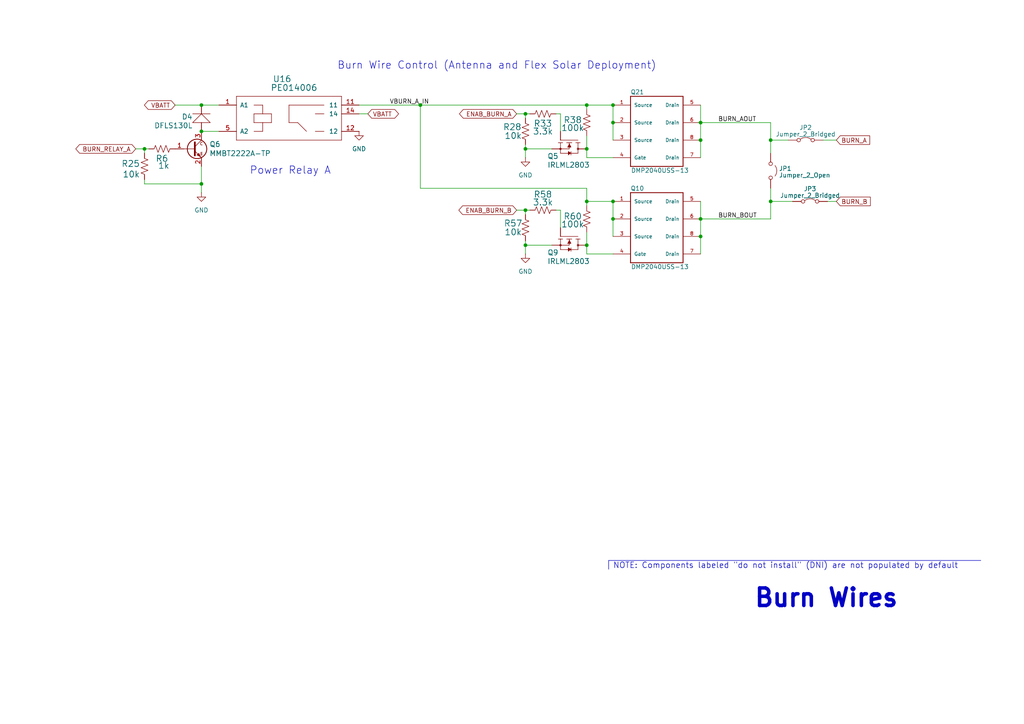
<source format=kicad_sch>
(kicad_sch (version 20250114) (generator "eeschema") (generator_version "9.0")
  (paper "A4")
  (title_block (title "PiCubed Mainboard") (date "2025-08-29") (rev "6.5") (company "Stanford Student Space Initiative") (comment 1 "Ethan Brinser"))
  (lib_symbols
    (symbol "Device:R_US" (pin_numbers (hide yes)) (pin_names (offset 0))
      (property "Reference" "R" (at 2.54 0 90))
      (property "Value" "R_US" (at -2.54 0 90))
      (symbol "R_US_0_1"
        (polyline (pts (xy 0 2.286) (xy 0 2.54)))
        (polyline (pts (xy 0 2.286) (xy 1.016 1.905) (xy 0 1.524) (xy -1.016 1.143) (xy 0 0.762)))
        (polyline (pts (xy 0 0.762) (xy 1.016 0.381) (xy 0 0) (xy -1.016 -0.381) (xy 0 -0.762)))
        (polyline (pts (xy 0 -0.762) (xy 1.016 -1.143) (xy 0 -1.524) (xy -1.016 -1.905) (xy 0 -2.286)))
        (polyline (pts (xy 0 -2.286) (xy 0 -2.54)))
      )
      (symbol "R_US_1_1"
        (pin passive line (at 0 3.81 270) (length 1.27) (name "~") (number "1"))
        (pin passive line (at 0 -3.81 90) (length 1.27) (name "~") (number "2"))
      )
    )
    (symbol "Jumper:Jumper_2_Bridged" (pin_numbers (hide yes)) (pin_names (offset 0) (hide yes)) (exclude_from_sim yes)
      (property "Reference" "JP" (at 0 1.905 0))
      (property "Value" "Jumper_2_Bridged" (at 0 -2.54 0))
      (symbol "Jumper_2_Bridged_0_0"
        (circle (center -2.032 0) (radius 0.508))
        (circle (center 2.032 0) (radius 0.508))
      )
      (symbol "Jumper_2_Bridged_0_1"
        (arc (start -1.524 0.254) (mid 0 0.762) (end 1.524 0.254))
      )
      (symbol "Jumper_2_Bridged_1_1"
        (pin passive line (at -5.08 0 0) (length 2.54) (name "A") (number "1"))
        (pin passive line (at 5.08 0 180) (length 2.54) (name "B") (number "2"))
      )
    )
    (symbol "Jumper:Jumper_2_Open" (pin_numbers (hide yes)) (pin_names (offset 0) (hide yes)) (exclude_from_sim yes)
      (property "Reference" "JP" (at 0 2.794 0))
      (property "Value" "Jumper_2_Open" (at 0 -2.286 0))
      (symbol "Jumper_2_Open_0_0"
        (circle (center -2.032 0) (radius 0.508))
        (circle (center 2.032 0) (radius 0.508))
      )
      (symbol "Jumper_2_Open_0_1"
        (arc (start -1.524 1.27) (mid 0 1.778) (end 1.524 1.27))
      )
      (symbol "Jumper_2_Open_1_1"
        (pin passive line (at -5.08 0 0) (length 2.54) (name "A") (number "1"))
        (pin passive line (at 5.08 0 180) (length 2.54) (name "B") (number "2"))
      )
    )
    (symbol "power:GND" (power) (pin_numbers (hide yes)) (pin_names (offset 0) (hide yes))
      (property "Value" "GND" (at 0 -3.81 0))
      (symbol "GND_0_1"
        (polyline (pts (xy 0 0) (xy 0 -1.27) (xy 1.27 -1.27) (xy 0 -2.54) (xy -1.27 -1.27) (xy 0 -1.27)))
      )
      (symbol "GND_1_1"
        (pin power_in line (at 0 0 270) (length 0) (name "~") (number "1"))
      )
    )
    (symbol "ssi_diode:DFLS130L" (pin_names (offset 1.016))
      (property "Reference" "D" (at 0 2.54 0))
      (property "Value" "DFLS130L" (at 0 -5.08 0))
      (symbol "DFLS130L_1_0"
        (polyline (pts (xy 0 2.54) (xy 0 -2.54)))
        (polyline (pts (xy 0 -2.54) (xy 2.54 0)))
        (polyline (pts (xy 2.54 2.54) (xy 2.54 -2.54)))
        (polyline (pts (xy 2.54 0) (xy 0 2.54)))
        (pin bidirectional line (at -2.54 0 0) (length 2.54) (name "A") (number "A"))
        (pin bidirectional line (at 5.08 0 180) (length 2.54) (name "C") (number "C"))
      )
    )
    (symbol "ssi_relay:PE014006" (pin_names (offset 1.016))
      (property "Reference" "U" (at -2.1844 9.1186 0))
      (property "Value" "PE014006" (at -2.8194 6.5786 0))
      (symbol "PE014006_1_0"
        (polyline (pts (xy -12.7 5.08) (xy -12.7 -7.62)))
        (polyline (pts (xy -12.7 -7.62) (xy 17.78 -7.62)))
        (polyline (pts (xy -7.62 2.54) (xy -5.08 2.54)))
        (polyline (pts (xy -7.62 0) (xy -5.08 0)))
        (polyline (pts (xy -7.62 -2.54) (xy -7.62 0)))
        (polyline (pts (xy -5.08 2.54) (xy -5.08 0)))
        (polyline (pts (xy -5.08 0) (xy -2.54 0)))
        (polyline (pts (xy -5.08 -2.54) (xy -7.62 -2.54)))
        (polyline (pts (xy -5.08 -2.54) (xy -5.08 -5.08)))
        (polyline (pts (xy -5.08 -5.08) (xy -7.62 -5.08)))
        (polyline (pts (xy -2.54 0) (xy -2.54 -2.54)))
        (polyline (pts (xy -2.54 -2.54) (xy -5.08 -2.54)))
        (polyline (pts (xy 2.54 2.54) (xy 2.54 -2.54)))
        (polyline (pts (xy 2.54 -2.54) (xy 5.08 -2.54)))
        (polyline (pts (xy 5.08 -2.54) (xy 7.62 -5.08)))
        (polyline (pts (xy 12.7 2.54) (xy 2.54 2.54)))
        (polyline (pts (xy 12.7 0) (xy 10.16 0)))
        (polyline (pts (xy 12.7 -5.08) (xy 10.16 -5.08)))
        (polyline (pts (xy 17.78 5.08) (xy -12.7 5.08)))
        (polyline (pts (xy 17.78 -7.62) (xy 17.78 5.08)))
        (pin passive line (at -17.78 2.54 0) (length 5.08) (name "A1") (number "1"))
        (pin passive line (at -17.78 -5.08 0) (length 5.08) (name "A2") (number "5"))
        (pin passive line (at 22.86 2.54 180) (length 5.08) (name "11") (number "11"))
        (pin passive line (at 22.86 0 180) (length 5.08) (name "14") (number "14"))
        (pin passive line (at 22.86 -5.08 180) (length 5.08) (name "12") (number "12"))
      )
    )
    (symbol "ssi_transistor:DMP2040USS-13" (pin_names (offset 1.016))
      (property "Reference" "Q" (at -7.62 10.287 0))
      (property "Value" "DMP2040USS-13" (at -7.493 -12.065 0))
      (symbol "DMP2040USS-13_0_0"
        (polyline (pts (xy -7.62 10.16) (xy 7.62 10.16)) (stroke (width 0.254)))
        (polyline (pts (xy -7.62 -10.16) (xy -7.62 10.16)) (stroke (width 0.254)))
        (polyline (pts (xy 7.62 10.16) (xy 7.62 -10.16)) (stroke (width 0.254)))
        (polyline (pts (xy 7.62 -10.16) (xy -7.62 -10.16)) (stroke (width 0.254)))
        (pin bidirectional line (at -12.7 7.62 0) (length 5.08) (name "Source") (number "1"))
        (pin bidirectional line (at -12.7 2.54 0) (length 5.08) (name "Source") (number "2"))
        (pin bidirectional line (at -12.7 -2.54 0) (length 5.08) (name "Source") (number "3"))
        (pin bidirectional line (at -12.7 -7.62 0) (length 5.08) (name "Gate") (number "4"))
        (pin bidirectional line (at 12.7 7.62 180) (length 5.08) (name "Drain") (number "5"))
        (pin bidirectional line (at 12.7 2.54 180) (length 5.08) (name "Drain") (number "6"))
        (pin bidirectional line (at 12.7 -2.54 180) (length 5.08) (name "Drain") (number "8"))
        (pin bidirectional line (at 12.7 -7.62 180) (length 5.08) (name "Drain") (number "7"))
      )
    )
    (symbol "ssi_transistor:IRLML2803TRPBF" (pin_names (offset 1.016))
      (property "Reference" "Q" (at -11.43 1.27 0))
      (property "Value" "IRLML2803TRPBF" (at -11.43 3.81 0))
      (symbol "IRLML2803TRPBF_1_0"
        (polyline (pts (xy 0 2.54) (xy 0 -2.54)))
        (polyline (pts (xy 0.762 3.175) (xy 0.762 2.54)))
        (polyline (pts (xy 0.762 2.54) (xy 0.762 1.905)))
        (polyline (pts (xy 0.762 2.54) (xy 3.81 2.54)))
        (polyline (pts (xy 0.762 0.762) (xy 0.762 0)))
        (polyline (pts (xy 0.762 0) (xy 0.762 -0.762)))
        (polyline (pts (xy 0.762 0) (xy 2.54 0)))
        (polyline (pts (xy 0.762 -1.905) (xy 0.762 -2.54)))
        (polyline (pts (xy 0.762 -2.54) (xy 0.762 -3.175)))
        (polyline (pts (xy 1.016 0) (xy 2.032 0.508) (xy 2.032 -0.508)) (fill (type outline)))
        (circle (center 2.54 2.54) (radius 0.254))
        (polyline (pts (xy 2.54 0) (xy 2.54 -2.54)))
        (polyline (pts (xy 2.54 -2.54) (xy 0.762 -2.54)))
        (polyline (pts (xy 2.54 -2.54) (xy 3.81 -2.54)))
        (circle (center 2.54 -2.54) (radius 0.254))
        (polyline (pts (xy 3.302 0.508) (xy 3.81 0.508)))
        (polyline (pts (xy 3.81 2.54) (xy 3.81 0.508)))
        (polyline (pts (xy 3.81 0.508) (xy 3.81 -0.508)))
        (polyline (pts (xy 3.81 0.508) (xy 4.318 0.508)))
        (polyline (pts (xy 3.81 0.508) (xy 3.302 -0.254) (xy 4.318 -0.254)) (fill (type outline)))
        (polyline (pts (xy 3.81 -0.508) (xy 3.81 -2.54)))
        (pin passive line (at -2.54 -2.54 0) (length 2.54) (name "G") (number "1"))
        (pin passive line (at 2.54 5.08 270) (length 2.54) (name "D") (number "3"))
        (pin passive line (at 2.54 -5.08 90) (length 2.54) (name "S") (number "2"))
      )
    )
    (symbol "ssi_transistor:MMBT2222AT" (pin_names (offset 1.016) (hide yes))
      (property "Reference" "Q" (at -8.89 3.81 0))
      (property "Value" "MMBT2222AT" (at 2.54 -1.27 0))
      (symbol "MMBT2222AT_0_1"
        (polyline (pts (xy -5.08 0) (xy -1.905 0)))
        (polyline (pts (xy -0.127 -1.016) (xy 0.254 -1.016)))
        (polyline (pts (xy -0.127 -1.016) (xy -0.127 -1.778) (xy 0.254 -1.778)))
        (polyline (pts (xy -0.127 -1.397) (xy 0.254 -1.397)))
        (polyline (pts (xy 0.254 1.905) (xy -0.127 1.905) (xy -0.254 1.651) (xy -0.254 1.397) (xy -0.127 1.143) (xy 0.254 1.143)))
      )
      (symbol "MMBT2222AT_1_1"
        (polyline (pts (xy -1.905 1.905) (xy -1.905 -1.905) (xy -1.905 -1.905)) (stroke (width 0.508)))
        (polyline (pts (xy -1.905 0.635) (xy 0 2.54)))
        (polyline (pts (xy -1.905 -0.635) (xy 0 -2.54) (xy 0 -2.54)))
        (circle (center -1.27 0) (radius 2.8194) (stroke (width 0.254)))
        (polyline (pts (xy -1.27 -1.778) (xy -0.762 -1.27) (xy -0.254 -2.286) (xy -1.27 -1.778) (xy -1.27 -1.778)) (fill (type outline)))
        (pin input line (at -7.62 0 0) (length 2.54) (name "B") (number "1"))
        (pin passive line (at 0 5.08 270) (length 2.54) (name "C") (number "3"))
        (pin passive line (at 0 -5.08 90) (length 2.54) (name "E") (number "2"))
      )
    )
  )
  (text "Burn Wires" (at 218.44 176.53 0) (effects (font (size 5.08 5.08) (thickness 1.016) (bold yes)) (justify left bottom)))
  (text "NOTE: Components labeled \"do not install\" (DNI) are not populated by default" (at 177.8 165.1 0) (effects (font (size 1.651 1.651)) (justify left bottom)))
  (text "Burn Wire Control (Antenna and Flex Solar Deployment)" (at 97.79 20.32 0) (effects (font (size 2.159 2.159)) (justify left bottom)))
  (text "Power Relay A" (at 72.39 50.8 0) (effects (font (size 2.159 2.159)) (justify left bottom)))
  (junction (at 170.18 43.18))
  (junction (at 170.18 58.42))
  (junction (at 177.8 35.56))
  (junction (at 203.2 63.5))
  (junction (at 177.8 58.42))
  (junction (at 152.4 60.96))
  (junction (at 58.42 30.48))
  (junction (at 152.4 71.12))
  (junction (at 170.18 30.48))
  (junction (at 170.18 71.12))
  (junction (at 177.8 30.48))
  (junction (at 223.52 40.64))
  (junction (at 58.42 53.34))
  (junction (at 203.2 68.58))
  (junction (at 177.8 63.5))
  (junction (at 121.92 30.48))
  (junction (at 203.2 40.64))
  (junction (at 152.4 33.02))
  (junction (at 152.4 43.18))
  (junction (at 41.91 43.18))
  (junction (at 203.2 35.56))
  (junction (at 223.52 58.42))
  (junction (at 58.42 38.1))
  (wire (pts (xy 162.56 66.04) (xy 162.56 60.96)))
  (wire (pts (xy 170.18 39.37) (xy 170.18 43.18)))
  (wire (pts (xy 170.18 58.42) (xy 170.18 54.61)))
  (wire (pts (xy 223.52 58.42) (xy 229.87 58.42)))
  (wire (pts (xy 223.52 40.64) (xy 223.52 44.45)))
  (wire (pts (xy 152.4 69.85) (xy 152.4 71.12)))
  (wire (pts (xy 41.91 43.18) (xy 41.91 44.45)))
  (wire (pts (xy 152.4 33.02) (xy 153.67 33.02)))
  (wire (pts (xy 152.4 60.96) (xy 153.67 60.96)))
  (wire (pts (xy 58.42 53.34) (xy 58.42 48.26)))
  (wire (pts (xy 170.18 73.66) (xy 170.18 71.12)))
  (wire (pts (xy 160.02 71.12) (xy 152.4 71.12)))
  (wire (pts (xy 177.8 68.58) (xy 177.8 63.5)))
  (wire (pts (xy 203.2 40.64) (xy 203.2 35.56)))
  (wire (pts (xy 58.42 38.1) (xy 63.5 38.1)))
  (polyline (pts (xy 176.53 162.56) (xy 284.48 162.56)))
  (wire (pts (xy 177.8 58.42) (xy 170.18 58.42)))
  (wire (pts (xy 162.56 38.1) (xy 162.56 33.02)))
  (wire (pts (xy 223.52 58.42) (xy 223.52 63.5)))
  (wire (pts (xy 41.91 52.07) (xy 41.91 53.34)))
  (wire (pts (xy 203.2 63.5) (xy 203.2 58.42)))
  (wire (pts (xy 223.52 54.61) (xy 223.52 58.42)))
  (polyline (pts (xy 176.53 165.1) (xy 176.53 162.56)))
  (wire (pts (xy 152.4 71.12) (xy 152.4 73.66)))
  (wire (pts (xy 58.42 55.88) (xy 58.42 53.34)))
  (wire (pts (xy 238.76 40.64) (xy 242.57 40.64)))
  (wire (pts (xy 177.8 45.72) (xy 170.18 45.72)))
  (wire (pts (xy 223.52 35.56) (xy 223.52 40.64)))
  (wire (pts (xy 63.5 30.48) (xy 58.42 30.48)))
  (wire (pts (xy 170.18 67.31) (xy 170.18 71.12)))
  (wire (pts (xy 161.29 33.02) (xy 162.56 33.02)))
  (wire (pts (xy 223.52 40.64) (xy 228.6 40.64)))
  (wire (pts (xy 160.02 43.18) (xy 152.4 43.18)))
  (wire (pts (xy 152.4 60.96) (xy 149.86 60.96)))
  (wire (pts (xy 203.2 35.56) (xy 223.52 35.56)))
  (wire (pts (xy 152.4 41.91) (xy 152.4 43.18)))
  (wire (pts (xy 203.2 68.58) (xy 203.2 63.5)))
  (wire (pts (xy 203.2 45.72) (xy 203.2 40.64)))
  (wire (pts (xy 104.14 33.02) (xy 106.68 33.02)))
  (wire (pts (xy 152.4 33.02) (xy 149.86 33.02)))
  (wire (pts (xy 203.2 63.5) (xy 223.52 63.5)))
  (wire (pts (xy 152.4 33.02) (xy 152.4 34.29)))
  (wire (pts (xy 41.91 43.18) (xy 43.18 43.18)))
  (wire (pts (xy 242.57 58.42) (xy 240.03 58.42)))
  (wire (pts (xy 177.8 35.56) (xy 177.8 30.48)))
  (wire (pts (xy 170.18 54.61) (xy 121.92 54.61)))
  (wire (pts (xy 177.8 63.5) (xy 177.8 58.42)))
  (wire (pts (xy 177.8 40.64) (xy 177.8 35.56)))
  (wire (pts (xy 58.42 30.48) (xy 50.8 30.48)))
  (wire (pts (xy 39.37 43.18) (xy 41.91 43.18)))
  (wire (pts (xy 152.4 60.96) (xy 152.4 62.23)))
  (wire (pts (xy 41.91 53.34) (xy 58.42 53.34)))
  (wire (pts (xy 152.4 43.18) (xy 152.4 45.72)))
  (wire (pts (xy 177.8 73.66) (xy 170.18 73.66)))
  (wire (pts (xy 104.14 30.48) (xy 121.92 30.48)))
  (wire (pts (xy 170.18 30.48) (xy 170.18 31.75)))
  (wire (pts (xy 203.2 73.66) (xy 203.2 68.58)))
  (wire (pts (xy 161.29 60.96) (xy 162.56 60.96)))
  (wire (pts (xy 170.18 45.72) (xy 170.18 43.18)))
  (wire (pts (xy 203.2 35.56) (xy 203.2 30.48)))
  (wire (pts (xy 170.18 58.42) (xy 170.18 59.69)))
  (wire (pts (xy 170.18 30.48) (xy 177.8 30.48)))
  (wire (pts (xy 121.92 54.61) (xy 121.92 30.48)))
  (wire (pts (xy 121.92 30.48) (xy 170.18 30.48)))
  (label "BURN_AOUT" (at 208.28 35.56 0))
  (label "BURN_BOUT" (at 208.28 63.5 0))
  (label "VBURN_A_IN" (at 124.46 30.48 180))
  (global_label "VBATT" (shape bidirectional) (at 50.8 30.48 180) (property "Intersheetrefs" "${INTERSHEET_REFS}" (effects (hide yes))))
  (global_label "BURN_B" (shape input) (at 242.57 58.42 0) (property "Intersheetrefs" "${INTERSHEET_REFS}" (effects (hide yes))))
  (global_label "VBATT" (shape bidirectional) (at 106.68 33.02 0) (property "Intersheetrefs" "${INTERSHEET_REFS}" (effects (hide yes))))
  (global_label "BURN_A" (shape input) (at 242.57 40.64 0) (property "Intersheetrefs" "${INTERSHEET_REFS}" (effects (hide yes))))
  (global_label "ENAB_BURN_B" (shape bidirectional) (at 149.86 60.96 180) (property "Intersheetrefs" "${INTERSHEET_REFS}" (effects (hide yes))))
  (global_label "BURN_RELAY_A" (shape bidirectional) (at 39.37 43.18 180) (property "Intersheetrefs" "${INTERSHEET_REFS}" (effects (hide yes))))
  (global_label "ENAB_BURN_A" (shape bidirectional) (at 149.86 33.02 180) (property "Intersheetrefs" "${INTERSHEET_REFS}" (effects (hide yes))))
  (symbol (lib_id "Device:R_US") (at 157.48 33.02 270) (unit 1)
    (property "Reference" "R33" (at 157.48 36.83 90) (effects (font (size 1.778 1.778)) (justify bottom)))
    (property "Value" "3.3k" (at 157.48 37.084 90) (effects (font (size 1.778 1.778)) (justify top)))
    (property "Footprint" "Resistor_SMD:R_0603_1608Metric" (effects (hide yes)))
    (property "Description" "Resistor, US symbol" (effects (hide yes)))
  )
  (symbol (lib_id "ssi_diode:DFLS130L") (at 58.42 35.56 90) (unit 1)
    (property "Reference" "D4" (at 55.88 33.02 90) (effects (font (size 1.4986 1.4986)) (justify left bottom)))
    (property "Value" "DFLS130L" (at 55.88 35.56 90) (effects (font (size 1.4986 1.4986)) (justify left bottom)))
    (property "Footprint" "ssi_diode:PWRDI-123" (effects (hide yes)))
    (property "Datasheet" "https://www.diodes.com/assets/Datasheets/ds30492.pdf" (effects (hide yes)))
    (property "Description" "Schottky Diode - 30V 1A" (effects (hide yes)))
    (property "Flight" "DFLS130L-7" (effects (hide yes)))
    (property "Manufacturer_Name" "Diodes Incorporated" (effects (hide yes)))
    (property "Manufacturer_Part_Number" "DFLS130L-7" (effects (hide yes)))
    (property "Proto" "DFLS130L" (effects (hide yes)))
  )
  (symbol (lib_id "Device:R_US") (at 41.91 48.26 0) (unit 1)
    (property "Reference" "R25" (at 40.64 47.4726 0) (effects (font (size 1.778 1.778)) (justify right)))
    (property "Value" "10k" (at 40.64 50.546 0) (effects (font (size 1.778 1.778)) (justify right)))
    (property "Footprint" "Resistor_SMD:R_0603_1608Metric" (effects (hide yes)))
    (property "Description" "Resistor, US symbol" (effects (hide yes)))
  )
  (symbol (lib_id "Device:R_US") (at 152.4 38.1 0) (unit 1)
    (property "Reference" "R28" (at 148.59 37.846 0) (effects (font (size 1.778 1.778)) (justify bottom)))
    (property "Value" "10k" (at 148.844 38.354 0) (effects (font (size 1.778 1.778)) (justify top)))
    (property "Footprint" "Resistor_SMD:R_0603_1608Metric" (effects (hide yes)))
    (property "Description" "Resistor, US symbol" (effects (hide yes)))
  )
  (symbol (lib_id "ssi_transistor:DMP2040USS-13") (at 190.5 38.1 0) (unit 1)
    (property "Reference" "Q21" (at 182.88 27.432 0) (effects (justify left bottom)))
    (property "Value" "DMP2040USS-13" (at 183.007 50.165 0) (effects (justify left bottom)))
    (property "Footprint" "ssi_transistor:DMP2040USS-13" (effects (hide yes)))
    (property "Datasheet" "https://www.infineon.com/dgdl/irf7404pbf.pdf?fileId=5546d462533600a4015355fa31be1ba0" (effects (hide yes)))
    (property "Description" "P-Channel MOSFET" (effects (hide yes)))
    (property "Flight" "DMP2040USS-13" (effects (hide yes)))
    (property "Manufacturer_Name" "ON Semiconductor" (effects (hide yes)))
    (property "Manufacturer_Part_Number" "DMP2040USS-13" (effects (hide yes)))
    (property "Proto" "DMP2040USS-13" (effects (hide yes)))
    (property "Field4" "ON Semiconductor" (effects (hide yes)))
    (property "Field7" "IRF7404TRPBF" (effects (hide yes)))
    (property "Field8" "SO-8 ON Semiconductor" (effects (hide yes)))
  )
  (symbol (lib_id "ssi_transistor:MMBT2222AT") (at 58.42 43.18 0) (unit 1)
    (property "Reference" "Q6" (at 60.7314 41.8338 0) (effects (font (size 1.4986 1.4986)) (justify left)))
    (property "Value" "MMBT2222A-TP" (at 60.7314 44.5008 0) (effects (font (size 1.4986 1.4986)) (justify left)))
    (property "Footprint" "ssi_transistor:SOT-23" (effects (hide yes)))
    (property "Datasheet" "https://www.onsemi.com/pdf/datasheet/mmbt2222att1-d.pdf" (effects (hide yes)))
    (property "Description" "Single NPN BJT" (effects (hide yes)))
    (property "Flight" "MMBT2222A-TP" (effects (hide yes)))
    (property "Manufacturer_Name" "ON Semiconductor" (effects (hide yes)))
    (property "Manufacturer_Part_Number" "MMBT2222A-TP" (effects (hide yes)))
    (property "Proto" "MMBT2222A-TP" (effects (hide yes)))
  )
  (symbol (lib_id "ssi_transistor:IRLML2803TRPBF") (at 165.1 40.64 270) (unit 1)
    (property "Reference" "Q5" (at 158.75 44.45 90) (effects (font (size 1.4986 1.4986)) (justify left top)))
    (property "Value" "IRLML2803" (at 158.75 46.99 90) (effects (font (size 1.4986 1.4986)) (justify left top)))
    (property "Footprint" "ssi_transistor:SOT-23" (effects (hide yes)))
    (property "Datasheet" "https://www.infineon.com/dgdl/irlml2803pbf.pdf?fileId=5546d462533600a4015356682aff260f" (effects (hide yes)))
    (property "Description" "Single N-Channel MOSFET" (effects (hide yes)))
    (property "Flight" "MMBT2222AT " (effects (hide yes)))
    (property "Manufacturer_Name" "ON Semiconductor" (effects (hide yes)))
    (property "Manufacturer_Part_Number" "MMBT2222AT " (effects (hide yes)))
    (property "Proto" "2302" (effects (hide yes)))
  )
  (symbol (lib_id "Device:R_US") (at 170.18 35.56 180) (unit 1)
    (property "Reference" "R38" (at 166.116 33.782 0) (effects (font (size 1.778 1.778)) (justify bottom)))
    (property "Value" "100k" (at 166.116 38.1 0) (effects (font (size 1.778 1.778)) (justify top)))
    (property "Footprint" "Resistor_SMD:R_0603_1608Metric" (effects (hide yes)))
    (property "Description" "Resistor, US symbol" (effects (hide yes)))
  )
  (symbol (lib_id "ssi_relay:PE014006") (at 81.28 33.02 0) (unit 1)
    (property "Reference" "U16" (at 79.0956 23.9014 0) (effects (font (size 1.7526 1.7526)) (justify left bottom)))
    (property "Value" "PE014006" (at 78.4606 26.4414 0) (effects (font (size 1.7526 1.7526)) (justify left bottom)))
    (property "Footprint" "ssi_relay:Relay_PE014006" (effects (hide yes)))
    (property "Datasheet" "https://www.te.com/usa-en/product-PE014006.html" (effects (hide yes)))
    (property "Description" "5A 6V SPDT General Purpose Relay" (effects (hide yes)))
    (property "Flight" "PE014006 TE" (effects (hide yes)))
    (property "Manufacturer_Name" "TE Connectivity" (effects (hide yes)))
    (property "Manufacturer_Part_Number" "PE014006 TE" (effects (hide yes)))
    (property "Proto" "TE Connectivity" (effects (hide yes)))
  )
  (symbol (lib_id "Jumper:Jumper_2_Bridged") (at 233.68 40.64 0) (unit 1) (exclude_from_sim yes)
    (property "Reference" "JP2" (at 233.68 36.9951 0))
    (property "Value" "Jumper_2_Bridged" (at 233.68 38.9161 0))
    (property "Footprint" "Jumper:SolderJumper-2_P1.3mm_Bridged_Pad1.0x1.5mm" (effects (hide yes)))
  )
  (symbol (lib_id "power:GND") (at 152.4 45.72 0) (unit 1)
    (property "Reference" "#PWR049" (effects (hide yes)))
    (property "Value" "GND" (at 152.4 50.8 0))
  )
  (symbol (lib_id "Device:R_US") (at 157.48 60.96 270) (unit 1)
    (property "Reference" "R58" (at 157.48 57.404 90) (effects (font (size 1.778 1.778)) (justify bottom)))
    (property "Value" "3.3k" (at 157.48 57.658 90) (effects (font (size 1.778 1.778)) (justify top)))
    (property "Footprint" "Resistor_SMD:R_0603_1608Metric" (effects (hide yes)))
    (property "Description" "Resistor, US symbol" (effects (hide yes)))
  )
  (symbol (lib_id "power:GND") (at 58.42 55.88 0) (unit 1)
    (property "Reference" "#PWR046" (effects (hide yes)))
    (property "Value" "GND" (at 58.42 60.96 0))
  )
  (symbol (lib_id "power:GND") (at 104.14 38.1 0) (unit 1)
    (property "Reference" "#PWR047" (effects (hide yes)))
    (property "Value" "GND" (at 104.14 43.18 0))
  )
  (symbol (lib_id "Device:R_US") (at 152.4 66.04 0) (unit 1)
    (property "Reference" "R57" (at 148.844 65.786 0) (effects (font (size 1.778 1.778)) (justify bottom)))
    (property "Value" "10k" (at 148.844 66.294 0) (effects (font (size 1.778 1.778)) (justify top)))
    (property "Footprint" "Resistor_SMD:R_0603_1608Metric" (effects (hide yes)))
    (property "Description" "Resistor, US symbol" (effects (hide yes)))
  )
  (symbol (lib_id "Device:R_US") (at 170.18 63.5 180) (unit 1)
    (property "Reference" "R60" (at 166.116 61.722 0) (effects (font (size 1.778 1.778)) (justify bottom)))
    (property "Value" "100k" (at 166.116 66.04 0) (effects (font (size 1.778 1.778)) (justify top)))
    (property "Footprint" "Resistor_SMD:R_0603_1608Metric" (effects (hide yes)))
    (property "Description" "Resistor, US symbol" (effects (hide yes)))
  )
  (symbol (lib_id "ssi_transistor:DMP2040USS-13") (at 190.5 66.04 0) (unit 1)
    (property "Reference" "Q10" (at 182.88 55.372 0) (effects (justify left bottom)))
    (property "Value" "DMP2040USS-13" (at 183.007 78.105 0) (effects (justify left bottom)))
    (property "Footprint" "ssi_transistor:DMP2040USS-13" (effects (hide yes)))
    (property "Datasheet" "https://www.infineon.com/dgdl/irf7404pbf.pdf?fileId=5546d462533600a4015355fa31be1ba0" (effects (hide yes)))
    (property "Description" "P-Channel MOSFET" (effects (hide yes)))
    (property "Flight" "DMP2040USS-13" (effects (hide yes)))
    (property "Manufacturer_Part_Number" "DMP2040USS-13" (effects (hide yes)))
    (property "Proto" "DMP2040USS-13" (effects (hide yes)))
    (property "Field4" "ON Semiconductor" (effects (hide yes)))
    (property "Field7" "IRF7404TRPBF" (effects (hide yes)))
    (property "Field8" "SO-8 ON Semiconductor" (effects (hide yes)))
  )
  (symbol (lib_id "ssi_transistor:IRLML2803TRPBF") (at 165.1 68.58 270) (unit 1)
    (property "Reference" "Q9" (at 158.75 72.39 90) (effects (font (size 1.4986 1.4986)) (justify left top)))
    (property "Value" "IRLML2803" (at 158.75 74.93 90) (effects (font (size 1.4986 1.4986)) (justify left top)))
    (property "Footprint" "ssi_transistor:SOT-23" (effects (hide yes)))
    (property "Datasheet" "https://www.infineon.com/dgdl/irlml2803pbf.pdf?fileId=5546d462533600a4015356682aff260f" (effects (hide yes)))
    (property "Description" "Single N-Channel MOSFET" (effects (hide yes)))
    (property "Flight" "MMBT2222AT " (effects (hide yes)))
    (property "Manufacturer_Name" "ON Semiconductor" (effects (hide yes)))
    (property "Manufacturer_Part_Number" "MMBT2222AT " (effects (hide yes)))
    (property "Proto" "2302" (effects (hide yes)))
  )
  (symbol (lib_id "power:GND") (at 152.4 73.66 0) (unit 1)
    (property "Reference" "#PWR048" (effects (hide yes)))
    (property "Value" "GND" (at 152.4 78.74 0))
  )
  (symbol (lib_id "Jumper:Jumper_2_Open") (at 223.52 49.53 270) (unit 1) (exclude_from_sim yes)
    (property "Reference" "JP1" (at 225.933 48.8863 90) (effects (justify left)))
    (property "Value" "Jumper_2_Open" (at 225.933 50.8073 90) (effects (justify left)))
    (property "Footprint" "Jumper:SolderJumper-2_P1.3mm_Open_Pad1.0x1.5mm" (effects (hide yes)))
  )
  (symbol (lib_id "Device:R_US") (at 46.99 43.18 90) (unit 1)
    (property "Reference" "R6" (at 46.99 45.974 90) (effects (font (size 1.778 1.778))))
    (property "Value" "1k" (at 47.498 48.006 90) (effects (font (size 1.778 1.778))))
    (property "Footprint" "Resistor_SMD:R_0603_1608Metric" (effects (hide yes)))
    (property "Description" "Resistor, US symbol" (effects (hide yes)))
  )
  (symbol (lib_id "Jumper:Jumper_2_Bridged") (at 234.95 58.42 0) (unit 1) (exclude_from_sim yes)
    (property "Reference" "JP3" (at 234.95 54.7751 0))
    (property "Value" "Jumper_2_Bridged" (at 234.95 56.6961 0))
    (property "Footprint" "Jumper:SolderJumper-2_P1.3mm_Bridged_Pad1.0x1.5mm" (effects (hide yes)))
  )
)
</source>
